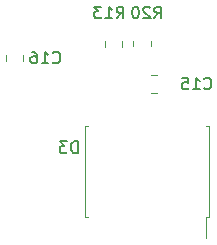
<source format=gbr>
%TF.GenerationSoftware,KiCad,Pcbnew,(6.0.1)*%
%TF.CreationDate,2023-02-17T13:15:31+03:00*%
%TF.ProjectId,_______ IGBT,14403039-3235-4402-9049-4742542e6b69,rev?*%
%TF.SameCoordinates,Original*%
%TF.FileFunction,Legend,Bot*%
%TF.FilePolarity,Positive*%
%FSLAX46Y46*%
G04 Gerber Fmt 4.6, Leading zero omitted, Abs format (unit mm)*
G04 Created by KiCad (PCBNEW (6.0.1)) date 2023-02-17 13:15:31*
%MOMM*%
%LPD*%
G01*
G04 APERTURE LIST*
%ADD10C,0.150000*%
%ADD11C,0.120000*%
G04 APERTURE END LIST*
D10*
%TO.C,R20*%
X188452157Y-74330980D02*
X188785490Y-73854790D01*
X189023585Y-74330980D02*
X189023585Y-73330980D01*
X188642633Y-73330980D01*
X188547395Y-73378600D01*
X188499776Y-73426219D01*
X188452157Y-73521457D01*
X188452157Y-73664314D01*
X188499776Y-73759552D01*
X188547395Y-73807171D01*
X188642633Y-73854790D01*
X189023585Y-73854790D01*
X188071204Y-73426219D02*
X188023585Y-73378600D01*
X187928347Y-73330980D01*
X187690252Y-73330980D01*
X187595014Y-73378600D01*
X187547395Y-73426219D01*
X187499776Y-73521457D01*
X187499776Y-73616695D01*
X187547395Y-73759552D01*
X188118823Y-74330980D01*
X187499776Y-74330980D01*
X186880728Y-73330980D02*
X186785490Y-73330980D01*
X186690252Y-73378600D01*
X186642633Y-73426219D01*
X186595014Y-73521457D01*
X186547395Y-73711933D01*
X186547395Y-73950028D01*
X186595014Y-74140504D01*
X186642633Y-74235742D01*
X186690252Y-74283361D01*
X186785490Y-74330980D01*
X186880728Y-74330980D01*
X186975966Y-74283361D01*
X187023585Y-74235742D01*
X187071204Y-74140504D01*
X187118823Y-73950028D01*
X187118823Y-73711933D01*
X187071204Y-73521457D01*
X187023585Y-73426219D01*
X186975966Y-73378600D01*
X186880728Y-73330980D01*
%TO.C,R13*%
X185252157Y-74330980D02*
X185585490Y-73854790D01*
X185823585Y-74330980D02*
X185823585Y-73330980D01*
X185442633Y-73330980D01*
X185347395Y-73378600D01*
X185299776Y-73426219D01*
X185252157Y-73521457D01*
X185252157Y-73664314D01*
X185299776Y-73759552D01*
X185347395Y-73807171D01*
X185442633Y-73854790D01*
X185823585Y-73854790D01*
X184299776Y-74330980D02*
X184871204Y-74330980D01*
X184585490Y-74330980D02*
X184585490Y-73330980D01*
X184680728Y-73473838D01*
X184775966Y-73569076D01*
X184871204Y-73616695D01*
X183966442Y-73330980D02*
X183347395Y-73330980D01*
X183680728Y-73711933D01*
X183537871Y-73711933D01*
X183442633Y-73759552D01*
X183395014Y-73807171D01*
X183347395Y-73902409D01*
X183347395Y-74140504D01*
X183395014Y-74235742D01*
X183442633Y-74283361D01*
X183537871Y-74330980D01*
X183823585Y-74330980D01*
X183918823Y-74283361D01*
X183966442Y-74235742D01*
%TO.C,D3*%
X181947395Y-85730980D02*
X181947395Y-84730980D01*
X181709300Y-84730980D01*
X181566442Y-84778600D01*
X181471204Y-84873838D01*
X181423585Y-84969076D01*
X181375966Y-85159552D01*
X181375966Y-85302409D01*
X181423585Y-85492885D01*
X181471204Y-85588123D01*
X181566442Y-85683361D01*
X181709300Y-85730980D01*
X181947395Y-85730980D01*
X181042633Y-84730980D02*
X180423585Y-84730980D01*
X180756919Y-85111933D01*
X180614061Y-85111933D01*
X180518823Y-85159552D01*
X180471204Y-85207171D01*
X180423585Y-85302409D01*
X180423585Y-85540504D01*
X180471204Y-85635742D01*
X180518823Y-85683361D01*
X180614061Y-85730980D01*
X180899776Y-85730980D01*
X180995014Y-85683361D01*
X181042633Y-85635742D01*
%TO.C,C16*%
X179852157Y-78035742D02*
X179899776Y-78083361D01*
X180042633Y-78130980D01*
X180137871Y-78130980D01*
X180280728Y-78083361D01*
X180375966Y-77988123D01*
X180423585Y-77892885D01*
X180471204Y-77702409D01*
X180471204Y-77559552D01*
X180423585Y-77369076D01*
X180375966Y-77273838D01*
X180280728Y-77178600D01*
X180137871Y-77130980D01*
X180042633Y-77130980D01*
X179899776Y-77178600D01*
X179852157Y-77226219D01*
X178899776Y-78130980D02*
X179471204Y-78130980D01*
X179185490Y-78130980D02*
X179185490Y-77130980D01*
X179280728Y-77273838D01*
X179375966Y-77369076D01*
X179471204Y-77416695D01*
X178042633Y-77130980D02*
X178233109Y-77130980D01*
X178328347Y-77178600D01*
X178375966Y-77226219D01*
X178471204Y-77369076D01*
X178518823Y-77559552D01*
X178518823Y-77940504D01*
X178471204Y-78035742D01*
X178423585Y-78083361D01*
X178328347Y-78130980D01*
X178137871Y-78130980D01*
X178042633Y-78083361D01*
X177995014Y-78035742D01*
X177947395Y-77940504D01*
X177947395Y-77702409D01*
X177995014Y-77607171D01*
X178042633Y-77559552D01*
X178137871Y-77511933D01*
X178328347Y-77511933D01*
X178423585Y-77559552D01*
X178471204Y-77607171D01*
X178518823Y-77702409D01*
%TO.C,C15*%
X192652157Y-80235742D02*
X192699776Y-80283361D01*
X192842633Y-80330980D01*
X192937871Y-80330980D01*
X193080728Y-80283361D01*
X193175966Y-80188123D01*
X193223585Y-80092885D01*
X193271204Y-79902409D01*
X193271204Y-79759552D01*
X193223585Y-79569076D01*
X193175966Y-79473838D01*
X193080728Y-79378600D01*
X192937871Y-79330980D01*
X192842633Y-79330980D01*
X192699776Y-79378600D01*
X192652157Y-79426219D01*
X191699776Y-80330980D02*
X192271204Y-80330980D01*
X191985490Y-80330980D02*
X191985490Y-79330980D01*
X192080728Y-79473838D01*
X192175966Y-79569076D01*
X192271204Y-79616695D01*
X190795014Y-79330980D02*
X191271204Y-79330980D01*
X191318823Y-79807171D01*
X191271204Y-79759552D01*
X191175966Y-79711933D01*
X190937871Y-79711933D01*
X190842633Y-79759552D01*
X190795014Y-79807171D01*
X190747395Y-79902409D01*
X190747395Y-80140504D01*
X190795014Y-80235742D01*
X190842633Y-80283361D01*
X190937871Y-80330980D01*
X191175966Y-80330980D01*
X191271204Y-80283361D01*
X191318823Y-80235742D01*
D11*
%TO.C,R20*%
X188144300Y-76655664D02*
X188144300Y-76201536D01*
X186674300Y-76655664D02*
X186674300Y-76201536D01*
%TO.C,R13*%
X184274300Y-76251536D02*
X184274300Y-76705664D01*
X185744300Y-76251536D02*
X185744300Y-76705664D01*
%TO.C,D3*%
X182549300Y-83418600D02*
X182804300Y-83418600D01*
X193069300Y-87278600D02*
X193069300Y-91138600D01*
X182549300Y-91138600D02*
X182804300Y-91138600D01*
X192814300Y-91138600D02*
X192814300Y-92953600D01*
X182549300Y-87278600D02*
X182549300Y-91138600D01*
X193069300Y-83418600D02*
X192814300Y-83418600D01*
X182549300Y-87278600D02*
X182549300Y-83418600D01*
X193069300Y-87278600D02*
X193069300Y-83418600D01*
X193069300Y-91138600D02*
X192814300Y-91138600D01*
%TO.C,C16*%
X177344300Y-77939852D02*
X177344300Y-77417348D01*
X175874300Y-77939852D02*
X175874300Y-77417348D01*
%TO.C,C15*%
X188148048Y-80613600D02*
X188670552Y-80613600D01*
X188148048Y-79143600D02*
X188670552Y-79143600D01*
%TD*%
M02*

</source>
